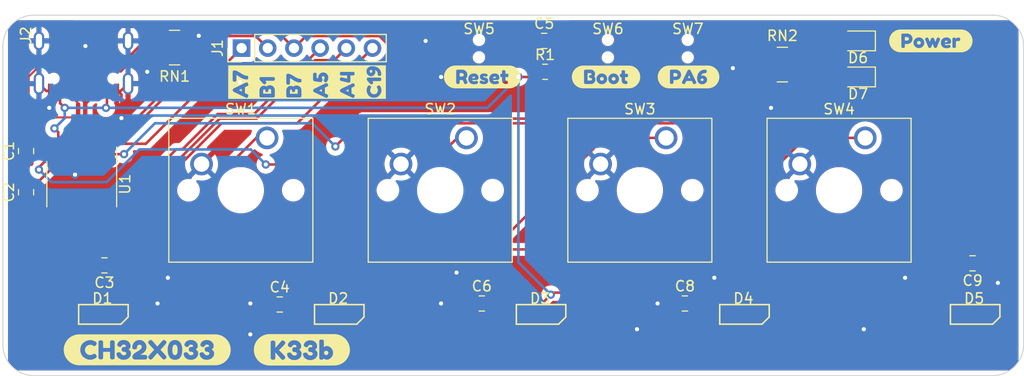
<source format=kicad_pcb>
(kicad_pcb (version 20240108) (generator "pcbnew") (generator_version "8.0")
  (layers (0 "F.Cu" signal) (31 "B.Cu" signal) (34 "B.Paste" user) (35 "F.Paste" user) (36 "B.SilkS" user "B.Silkscreen") (37 "F.SilkS" user "F.Silkscreen") (38 "B.Mask" user) (39 "F.Mask" user) (44 "Edge.Cuts" user))
  (net 0 "")
  (net 1 "VSS")
  (net 2 "+5V")
  (net 3 "PB7")
  (net 4 "PC3")
  (net 5 "Net-(D1-DOUT)")
  (net 6 "Net-(D2-DOUT)")
  (net 7 "Net-(D3-DOUT)")
  (net 8 "Net-(D4-DOUT)")
  (net 10 "PA7")
  (net 11 "PB1")
  (net 12 "PA5")
  (net 13 "PA4")
  (net 14 "PC19")
  (net 15 "D+")
  (net 16 "D-")
  (net 17 "Net-(R1-Pad2)")
  (net 18 "PA0")
  (net 19 "PA1")
  (net 20 "PA2")
  (net 21 "PA3")
  (net 22 "PA6")
  (net 23 "PC18")
  (net 24 "PA9")
  (net 27 "Net-(J2-CC1)")
  (net 29 "Net-(J2-CC2)")
  (net 33 "Net-(D6-A)")
  (net 34 "Net-(D7-A)")
  (footprint "Capacitor_SMD:C_0805_2012Metric" (layer "F.Cu") (at 118.45 115)
    (property "Reference" "C6" (at 0 -1.68 0) (layer "F.SilkS"))
    (property "Value" "100nF")
    (pad "1" smd roundrect (at -0.95 0) (size 1 1.45) (layers "F.Cu" "F.Paste" "F.Mask") (net 1 "VSS"))
    (pad "2" smd roundrect (at 0.95 0) (size 1 1.45) (layers "F.Cu" "F.Paste" "F.Mask") (net 2 "+5V"))
  )
  (footprint "UL_LED:SK6812SIDE-A-RVS" (layer "F.Cu") (at 166.2 115.81)
    (property "Reference" "D5" (at 0 -1.3 0) (layer "F.SilkS"))
    (property "Value" "WS2812B")
    (pad "1" smd rect (at -1.7 -0.085) (size 1 0.55) (layers "F.Cu" "F.Paste" "F.Mask") (net 8 "Net-(D4-DOUT)"))
    (pad "1" smd rect (at -1.475 -0.01) (size 0.55 1.2) (layers "F.Cu" "F.Paste" "F.Mask") (net 8 "Net-(D4-DOUT)"))
    (pad "2" smd rect (at -0.35 -0.01) (size 0.7 1.2) (layers "F.Cu" "F.Paste" "F.Mask") (net 2 "+5V"))
    (pad "3" smd rect (at 0.675 -0.01) (size 0.45 1.2) (layers "F.Cu" "F.Paste" "F.Mask"))
    (pad "4" smd rect (at 1.675 -0.01) (size 0.55 1.2) (layers "F.Cu" "F.Paste" "F.Mask") (net 1 "VSS"))
    (pad "4" smd rect (at 1.9 -0.075) (size 1 0.55) (layers "F.Cu" "F.Paste" "F.Mask") (net 1 "VSS"))
  )
  (footprint "UL_LED:SK6812SIDE-A-RVS" (layer "F.Cu") (at 143.825 115.81)
    (property "Reference" "D4" (at 0 -1.3 0) (layer "F.SilkS"))
    (property "Value" "WS2812B")
    (pad "1" smd rect (at -1.7 -0.085) (size 1 0.55) (layers "F.Cu" "F.Paste" "F.Mask") (net 7 "Net-(D3-DOUT)"))
    (pad "1" smd rect (at -1.475 -0.01) (size 0.55 1.2) (layers "F.Cu" "F.Paste" "F.Mask") (net 7 "Net-(D3-DOUT)"))
    (pad "2" smd rect (at -0.35 -0.01) (size 0.7 1.2) (layers "F.Cu" "F.Paste" "F.Mask") (net 2 "+5V"))
    (pad "3" smd rect (at 0.675 -0.01) (size 0.45 1.2) (layers "F.Cu" "F.Paste" "F.Mask") (net 8 "Net-(D4-DOUT)"))
    (pad "4" smd rect (at 1.675 -0.01) (size 0.55 1.2) (layers "F.Cu" "F.Paste" "F.Mask") (net 1 "VSS"))
    (pad "4" smd rect (at 1.9 -0.075) (size 1 0.55) (layers "F.Cu" "F.Paste" "F.Mask") (net 1 "VSS"))
  )
  (footprint "Package_SO:TSSOP-20_4.4x6.5mm_P0.65mm" (layer "F.Cu") (at 79.65 103.4125 -90)
    (property "Reference" "U1" (at 0 -4.2 90) (layer "F.SilkS"))
    (property "Value" "CH32X033F8P6")
    (pad "1" smd roundrect (at -2.8625 -2.925 270) (size 1.475 0.4) (layers "F.Cu" "F.Paste" "F.Mask") (net 22 "PA6"))
    (pad "2" smd roundrect (at -2.8625 -2.275 270) (size 1.475 0.4) (layers "F.Cu" "F.Paste" "F.Mask") (net 10 "PA7"))
    (pad "3" smd roundrect (at -2.8625 -1.625 270) (size 1.475 0.4) (layers "F.Cu" "F.Paste" "F.Mask") (net 11 "PB1"))
    (pad "4" smd roundrect (at -2.8625 -0.975 270) (size 1.475 0.4) (layers "F.Cu" "F.Paste" "F.Mask") (net 3 "PB7"))
    (pad "5" smd roundrect (at -2.8625 -0.325 270) (size 1.475 0.4) (layers "F.Cu" "F.Paste" "F.Mask") (net 16 "D-"))
    (pad "6" smd roundrect (at -2.8625 0.325 270) (size 1.475 0.4) (layers "F.Cu" "F.Paste" "F.Mask") (net 15 "D+"))
    (pad "7" smd roundrect (at -2.8625 0.975 270) (size 1.475 0.4) (layers "F.Cu" "F.Paste" "F.Mask") (net 1 "VSS"))
    (pad "8" smd roundrect (at -2.8625 1.625 270) (size 1.475 0.4) (layers "F.Cu" "F.Paste" "F.Mask") (net 23 "PC18"))
    (pad "9" smd roundrect (at -2.8625 2.275 270) (size 1.475 0.4) (layers "F.Cu" "F.Paste" "F.Mask") (net 2 "+5V"))
    (pad "10" smd roundrect (at -2.8625 2.925 270) (size 1.475 0.4) (layers "F.Cu" "F.Paste" "F.Mask") (net 24 "PA9"))
    (pad "11" smd roundrect (at 2.8625 2.925 270) (size 1.475 0.4) (layers "F.Cu" "F.Paste" "F.Mask"))
    (pad "12" smd roundrect (at 2.8625 2.275 270) (size 1.475 0.4) (layers "F.Cu" "F.Paste" "F.Mask"))
    (pad "13" smd roundrect (at 2.8625 1.625 270) (size 1.475 0.4) (layers "F.Cu" "F.Paste" "F.Mask") (net 4 "PC3"))
    (pad "14" smd roundrect (at 2.8625 0.975 270) (size 1.475 0.4) (layers "F.Cu" "F.Paste" "F.Mask") (net 18 "PA0"))
    (pad "15" smd roundrect (at 2.8625 0.325 270) (size 1.475 0.4) (layers "F.Cu" "F.Paste" "F.Mask") (net 19 "PA1"))
    (pad "16" smd roundrect (at 2.8625 -0.325 270) (size 1.475 0.4) (layers "F.Cu" "F.Paste" "F.Mask") (net 20 "PA2"))
    (pad "17" smd roundrect (at 2.8625 -0.975 270) (size 1.475 0.4) (layers "F.Cu" "F.Paste" "F.Mask") (net 21 "PA3"))
    (pad "18" smd roundrect (at 2.8625 -1.625 270) (size 1.475 0.4) (layers "F.Cu" "F.Paste" "F.Mask") (net 14 "PC19"))
    (pad "19" smd roundrect (at 2.8625 -2.275 270) (size 1.475 0.4) (layers "F.Cu" "F.Paste" "F.Mask") (net 13 "PA4"))
    (pad "20" smd roundrect (at 2.8625 -2.925 270) (size 1.475 0.4) (layers "F.Cu" "F.Paste" "F.Mask") (net 12 "PA5"))
  )
  (footprint "Capacitor_SMD:C_0805_2012Metric" (layer "F.Cu") (at 124.5 89.5)
    (property "Reference" "C5" (at 0 -1.68 0) (layer "F.SilkS"))
    (property "Value" "100nF")
    (pad "1" smd roundrect (at -0.95 0) (size 1 1.45) (layers "F.Cu" "F.Paste" "F.Mask") (net 3 "PB7"))
    (pad "2" smd roundrect (at 0.95 0) (size 1 1.45) (layers "F.Cu" "F.Paste" "F.Mask") (net 1 "VSS"))
  )
  (footprint "UL_Buttons:TS-1185-C-A-B-B" (layer "F.Cu") (at 130.675 90.25)
    (property "Reference" "SW6" (at 0.01 -1.92 0) (layer "F.SilkS"))
    (property "Value" "Boot")
    (pad "" np_thru_hole circle (at 0 -0.85) (size 0.7 0.7) (drill 0.7) (layers "F&B.Cu" "*.Mask"))
    (pad "" np_thru_hole circle (at 0 0.85) (size 0.7 0.7) (drill 0.7) (layers "F&B.Cu" "*.Mask"))
    (pad "1" smd rect (at -2.075 0) (size 1.25 1.7) (layers "F.Cu" "F.Paste" "F.Mask") (net 15 "D+"))
    (pad "2" smd rect (at 2.075 0) (size 1.25 1.7) (layers "F.Cu" "F.Paste" "F.Mask") (net 17 "Net-(R1-Pad2)"))
  )
  (footprint "Button_Switch_Keyboard:SW_Cherry_MX_1.00u_PCB" (layer "F.Cu") (at 136.32 98.92)
    (property "Reference" "SW3" (at -2.54 -2.794 0) (layer "F.SilkS"))
    (property "Value" "SW_Push_45deg")
    (pad "" np_thru_hole circle (at -7.62 5.08) (size 1.7 1.7) (drill 1.7) (layers "*.Cu" "*.Mask"))
    (pad "" np_thru_hole circle (at -2.54 5.08) (size 4 4) (drill 4) (layers "*.Cu" "*.Mask"))
    (pad "" np_thru_hole circle (at 2.54 5.08) (size 1.7 1.7) (drill 1.7) (layers "*.Cu" "*.Mask"))
    (pad "1" thru_hole circle (at 0 0) (size 2.2 2.2) (drill 1.5) (layers "*.Cu" "*.Mask") (net 19 "PA1"))
    (pad "2" thru_hole circle (at -6.35 2.54) (size 2.2 2.2) (drill 1.5) (layers "*.Cu" "*.Mask") (net 1 "VSS"))
  )
  (footprint "UL_LED:SK6812SIDE-A-RVS" (layer "F.Cu") (at 124.1 115.81)
    (property "Reference" "D3" (at 0 -1.3 0) (layer "F.SilkS"))
    (property "Value" "WS2812B")
    (pad "1" smd rect (at -1.7 -0.085) (size 1 0.55) (layers "F.Cu" "F.Paste" "F.Mask") (net 6 "Net-(D2-DOUT)"))
    (pad "1" smd rect (at -1.475 -0.01) (size 0.55 1.2) (layers "F.Cu" "F.Paste" "F.Mask") (net 6 "Net-(D2-DOUT)"))
    (pad "2" smd rect (at -0.35 -0.01) (size 0.7 1.2) (layers "F.Cu" "F.Paste" "F.Mask") (net 2 "+5V"))
    (pad "3" smd rect (at 0.675 -0.01) (size 0.45 1.2) (layers "F.Cu" "F.Paste" "F.Mask") (net 7 "Net-(D3-DOUT)"))
    (pad "4" smd rect (at 1.675 -0.01) (size 0.55 1.2) (layers "F.Cu" "F.Paste" "F.Mask") (net 1 "VSS"))
    (pad "4" smd rect (at 1.9 -0.075) (size 1 0.55) (layers "F.Cu" "F.Paste" "F.Mask") (net 1 "VSS"))
  )
  (footprint "Capacitor_SMD:C_0805_2012Metric" (layer "F.Cu") (at 74.25 100.2 90)
    (property "Reference" "C1" (at 0 -1.68 90) (layer "F.SilkS"))
    (property "Value" "4.7uF")
    (pad "1" smd roundrect (at -0.95 0 90) (size 1 1.45) (layers "F.Cu" "F.Paste" "F.Mask") (net 1 "VSS"))
    (pad "2" smd roundrect (at 0.95 0 90) (size 1 1.45) (layers "F.Cu" "F.Paste" "F.Mask") (net 2 "+5V"))
  )
  (footprint "kibuzzard-65BAB04D" (layer "F.Cu") (at 101 119.5)
    (property "Reference" "kibuzzard-65BAB04D" (hide yes))
    (property "Value" "G***" (hide yes))
  )
  (footprint "Connector_PinHeader_2.54mm:PinHeader_1x06_P2.54mm_Vertical" (layer "F.Cu") (at 95.15 90.2 90)
    (property "Reference" "J1" (at 0 -2.33 90) (layer "F.SilkS"))
    (property "Value" "Conn_01x06")
    (pad "1" thru_hole rect (at 0 0 90) (size 1.7 1.7) (drill 1) (layers "*.Cu" "*.Mask") (net 10 "PA7"))
    (pad "2" thru_hole oval (at 0 2.54 90) (size 1.7 1.7) (drill 1) (layers "*.Cu" "*.Mask") (net 11 "PB1"))
    (pad "3" thru_hole oval (at 0 5.08 90) (size 1.7 1.7) (drill 1) (layers "*.Cu" "*.Mask") (net 3 "PB7"))
    (pad "4" thru_hole oval (at 0 7.62 90) (size 1.7 1.7) (drill 1) (layers "*.Cu" "*.Mask") (net 12 "PA5"))
    (pad "5" thru_hole oval (at 0 10.16 90) (size 1.7 1.7) (drill 1) (layers "*.Cu" "*.Mask") (net 13 "PA4"))
    (pad "6" thru_hole oval (at 0 12.7 90) (size 1.7 1.7) (drill 1) (layers "*.Cu" "*.Mask") (net 14 "PC19"))
  )
  (footprint "kibuzzard-65BAAB8A" (layer "F.Cu") (at 138.5 93)
    (property "Reference" "kibuzzard-65BAAB8A" (hide yes))
    (property "Value" "G***" (hide yes))
  )
  (footprint "UL_Buttons:TS-1185-C-A-B-B" (layer "F.Cu") (at 118.175 90.25)
    (property "Reference" "SW5" (at 0.01 -1.92 0) (layer "F.SilkS"))
    (property "Value" "Reset")
    (pad "" np_thru_hole circle (at 0 -0.85) (size 0.7 0.7) (drill 0.7) (layers "F&B.Cu" "*.Mask"))
    (pad "" np_thru_hole circle (at 0 0.85) (size 0.7 0.7) (drill 0.7) (layers "F&B.Cu" "*.Mask"))
    (pad "1" smd rect (at -2.075 0) (size 1.25 1.7) (layers "F.Cu" "F.Paste" "F.Mask") (net 1 "VSS"))
    (pad "2" smd rect (at 2.075 0) (size 1.25 1.7) (layers "F.Cu" "F.Paste" "F.Mask") (net 3 "PB7"))
  )
  (footprint "Capacitor_SMD:C_0805_2012Metric" (layer "F.Cu") (at 166.05 111.1 180)
    (property "Reference" "C9" (at 0 -1.68 0) (layer "F.SilkS"))
    (property "Value" "100nF")
    (pad "1" smd roundrect (at -0.95 0 180) (size 1 1.45) (layers "F.Cu" "F.Paste" "F.Mask") (net 1 "VSS"))
    (pad "2" smd roundrect (at 0.95 0 180) (size 1 1.45) (layers "F.Cu" "F.Paste" "F.Mask") (net 2 "+5V"))
  )
  (footprint "Capacitor_SMD:C_0805_2012Metric" (layer "F.Cu") (at 74.25 104.2 90)
    (property "Reference" "C2" (at 0 -1.68 90) (layer "F.SilkS"))
    (property "Value" "100nF")
    (pad "1" smd roundrect (at -0.95 0 90) (size 1 1.45) (layers "F.Cu" "F.Paste" "F.Mask") (net 1 "VSS"))
    (pad "2" smd roundrect (at 0.95 0 90) (size 1 1.45) (layers "F.Cu" "F.Paste" "F.Mask") (net 2 "+5V"))
  )
  (footprint "Button_Switch_Keyboard:SW_Cherry_MX_1.00u_PCB" (layer "F.Cu") (at 97.62 98.92)
    (property "Reference" "SW1" (at -2.54 -2.794 0) (layer "F.SilkS"))
    (property "Value" "SW_Push_45deg")
    (pad "" np_thru_hole circle (at -7.62 5.08) (size 1.7 1.7) (drill 1.7) (layers "*.Cu" "*.Mask"))
    (pad "" np_thru_hole circle (at -2.54 5.08) (size 4 4) (drill 4) (layers "*.Cu" "*.Mask"))
    (pad "" np_thru_hole circle (at 2.54 5.08) (size 1.7 1.7) (drill 1.7) (layers "*.Cu" "*.Mask"))
    (pad "1" thru_hole circle (at 0 0) (size 2.2 2.2) (drill 1.5) (layers "*.Cu" "*.Mask") (net 21 "PA3"))
    (pad "2" thru_hole circle (at -6.35 2.54) (size 2.2 2.2) (drill 1.5) (layers "*.Cu" "*.Mask") (net 1 "VSS"))
  )
  (footprint "Button_Switch_Keyboard:SW_Cherry_MX_1.00u_PCB" (layer "F.Cu") (at 116.96 98.92)
    (property "Reference" "SW2" (at -2.54 -2.794 0) (layer "F.SilkS"))
    (property "Value" "SW_Push_45deg")
    (pad "" np_thru_hole circle (at -7.62 5.08) (size 1.7 1.7) (drill 1.7) (layers "*.Cu" "*.Mask"))
    (pad "" np_thru_hole circle (at -2.54 5.08) (size 4 4) (drill 4) (layers "*.Cu" "*.Mask"))
    (pad "" np_thru_hole circle (at 2.54 5.08) (size 1.7 1.7) (drill 1.7) (layers "*.Cu" "*.Mask"))
    (pad "1" thru_hole circle (at 0 0) (size 2.2 2.2) (drill 1.5) (layers "*.Cu" "*.Mask") (net 20 "PA2"))
    (pad "2" thru_hole circle (at -6.35 2.54) (size 2.2 2.2) (drill 1.5) (layers "*.Cu" "*.Mask") (net 1 "VSS"))
  )
  (footprint "UL_LED:SK6812SIDE-A-RVS" (layer "F.Cu") (at 81.65 115.81)
    (property "Reference" "D1" (at 0 -1.3 0) (layer "F.SilkS"))
    (property "Value" "WS2812B")
    (pad "1" smd rect (at -1.7 -0.085) (size 1 0.55) (layers "F.Cu" "F.Paste" "F.Mask") (net 4 "PC3"))
    (pad "1" smd rect (at -1.475 -0.01) (size 0.55 1.2) (layers "F.Cu" "F.Paste" "F.Mask") (net 4 "PC3"))
    (pad "2" smd rect (at -0.35 -0.01) (size 0.7 1.2) (layers "F.Cu" "F.Paste" "F.Mask") (net 2 "+5V"))
    (pad "3" smd rect (at 0.675 -0.01) (size 0.45 1.2) (layers "F.Cu" "F.Paste" "F.Mask") (net 5 "Net-(D1-DOUT)"))
    (pad "4" smd rect (at 1.675 -0.01) (size 0.55 1.2) (layers "F.Cu" "F.Paste" "F.Mask") (net 1 "VSS"))
    (pad "4" smd rect (at 1.9 -0.075) (size 1 0.55) (layers "F.Cu" "F.Paste" "F.Mask") (net 1 "VSS"))
  )
  (footprint "Resistor_SMD:R_Array_Convex_4x0603" (layer "F.Cu") (at 147.6 91.8)
    (property "Reference" "RN2" (at 0 -2.8 0) (layer "F.SilkS"))
    (property "Value" "R_Pack04")
    (pad "1" smd rect (at -0.9 -1.2) (size 0.8 0.5) (layers "F.Cu" "F.Paste" "F.Mask") (net 2 "+5V"))
    (pad "2" smd rect (at -0.9 -0.4) (size 0.8 0.4) (layers "F.Cu" "F.Paste" "F.Mask") (net 2 "+5V"))
    (pad "3" smd rect (at -0.9 0.4) (size 0.8 0.4) (layers "F.Cu" "F.Paste" "F.Mask") (net 24 "PA9"))
    (pad "4" smd rect (at -0.9 1.2) (size 0.8 0.5) (layers "F.Cu" "F.Paste" "F.Mask") (net 24 "PA9"))
    (pad "5" smd rect (at 0.9 1.2) (size 0.8 0.5) (layers "F.Cu" "F.Paste" "F.Mask") (net 34 "Net-(D7-A)"))
    (pad "6" smd rect (at 0.9 0.4) (size 0.8 0.4) (layers "F.Cu" "F.Paste" "F.Mask") (net 34 "Net-(D7-A)"))
    (pad "7" smd rect (at 0.9 -0.4) (size 0.8 0.4) (layers "F.Cu" "F.Paste" "F.Mask") (net 33 "Net-(D6-A)"))
    (pad "8" smd rect (at 0.9 -1.2) (size 0.8 0.5) (layers "F.Cu" "F.Paste" "F.Mask") (net 33 "Net-(D6-A)"))
  )
  (footprint "kibuzzard-65BAAB5D" (layer "F.Cu") (at 118.5 93)
    (property "Reference" "kibuzzard-65BAAB5D" (hide yes))
    (property "Value" "G***" (hide yes))
  )
  (footprint "UL_LED:SK6812SIDE-A-RVS" (layer "F.Cu") (at 104.525 115.81)
    (property "Reference" "D2" (at 0 -1.3 0) (layer "F.SilkS"))
    (property "Value" "WS2812B")
    (pad "1" smd rect (at -1.7 -0.085) (size 1 0.55) (layers "F.Cu" "F.Paste" "F.Mask") (net 5 "Net-(D1-DOUT)"))
    (pad "1" smd rect (at -1.475 -0.01) (size 0.55 1.2) (layers "F.Cu" "F.Paste" "F.Mask") (net 5 "Net-(D1-DOUT)"))
    (pad "2" smd rect (at -0.35 -0.01) (size 0.7 1.2) (layers "F.Cu" "F.Paste" "F.Mask") (net 2 "+5V"))
    (pad "3" smd rect (at 0.675 -0.01) (size 0.45 1.2) (layers "F.Cu" "F.Paste" "F.Mask") (net 6 "Net-(D2-DOUT)"))
    (pad "4" smd rect (at 1.675 -0.01) (size 0.55 1.2) (layers "F.Cu" "F.Paste" "F.Mask") (net 1 "VSS"))
    (pad "4" smd rect (at 1.9 -0.075) (size 1 0.55) (layers "F.Cu" "F.Paste" "F.Mask") (net 1 "VSS"))
  )
  (footprint "Capacitor_SMD:C_0805_2012Metric" (layer "F.Cu") (at 81.85 111.3 180)
    (property "Reference" "C3" (at 0 -1.68 0) (layer "F.SilkS"))
    (property "Value" "100nF")
    (pad "1" smd roundrect (at -0.95 0 180) (size 1 1.45) (layers "F.Cu" "F.Paste" "F.Mask") (net 1 "VSS"))
    (pad "2" smd roundrect (at 0.95 0 180) (size 1 1.45) (layers "F.Cu" "F.Paste" "F.Mask") (net 2 "+5V"))
  )
  (footprint "Capacitor_SMD:C_0805_2012Metric" (layer "F.Cu") (at 98.85 115.1)
    (property "Reference" "C4" (at 0 -1.68 0) (layer "F.SilkS"))
    (property "Value" "100nF")
    (pad "1" smd roundrect (at -0.95 0) (size 1 1.45) (layers "F.Cu" "F.Paste" "F.Mask") (net 1 "VSS"))
    (pad "2" smd roundrect (at 0.95 0) (size 1 1.45) (layers "F.Cu" "F.Paste" "F.Mask") (net 2 "+5V"))
  )
  (footprint "LED_SMD:LED_0805_2012Metric" (layer "F.Cu") (at 154.9375 93 180)
    (property "Reference" "D7" (at 0 -1.65 0) (layer "F.SilkS"))
    (property "Value" "LED_Small")
    (pad "1" smd roundrect (at -0.9375 0 180) (size 0.975 1.4) (layers "F.Cu" "F.Paste" "F.Mask") (net 1 "VSS"))
    (pad "2" smd roundrect (at 0.9375 0 180) (size 0.975 1.4) (layers "F.Cu" "F.Paste" "F.Mask") (net 34 "Net-(D7-A)"))
  )
  (footprint "kibuzzard-65BAB00C" (layer "F.Cu") (at 86 119.5)
    (property "Reference" "kibuzzard-65BAB00C" (hide yes))
    (property "Value" "G***" (hide yes))
  )
  (footprint "Resistor_SMD:R_Array_Convex_4x0603" (layer "F.Cu") (at 88.65 90.15 180)
    (property "Reference" "RN1" (at 0 -2.8 0) (layer "F.SilkS"))
    (property "Value" "5.1k")
    (pad "1" smd rect (at -0.9 -1.2 180) (size 0.8 0.5) (layers "F.Cu" "F.Paste" "F.Mask") (net 1 "VSS"))
    (pad "2" smd rect (at -0.9 -0.4 180) (size 0.8 0.4) (layers "F.Cu" "F.Paste" "F.Mask") (net 1 "VSS"))
    (pad "3" smd rect (at -0.9 0.4 180) (size 0.8 0.4) (layers "F.Cu" "F.Paste" "F.Mask") (net 1 "VSS"))
    (pad "4" smd rect (at -0.9 1.2 180) (size 0.8 0.5) (layers "F.Cu" "F.Paste" "F.Mask") (net 1 "VSS"))
    (pad "5" smd rect (at 0.9 1.2 180) (size 0.8 0.5) (layers "F.Cu" "F.Paste" "F.Mask") (net 29 "Net-(J2-CC2)"))
    (pad "6" smd rect (at 0.9 0.4 180) (size 0.8 0.4) (layers "F.Cu" "F.Paste" "F.Mask") (net 27 "Net-(J2-CC1)"))
    (pad "7" smd rect (at 0.9 -0.4 180) (size 0.8 0.4) (layers "F.Cu" "F.Paste" "F.Mask"))
    (pad "8" smd rect (at 0.9 -1.2 180) (size 0.8 0.5) (layers "F.Cu" "F.Paste" "F.Mask"))
  )
  (footprint "kibuzzard-65BAAB6D" (layer "F.Cu") (at 130.5 93)
    (property "Reference" "kibuzzard-65BAAB6D" (hide yes))
    (property "Value" "G***" (hide yes))
  )
  (footprint "BadgePiratesFootprint:USB_C_Receptical-Jing" (layer "F.Cu") (at 79.82 93.65 180)
    (property "Reference" "J2" (at 5.575 4.7 90) (layer "F.SilkS"))
    (property "Value" "USB_C_Receptacle")
    (pad "" np_thru_hole circle (at -2.89 0.5 180) (size 0.65 0.65) (drill 0.65) (layers "*.Cu" "*.Mask"))
    (pad "" np_thru_hole circle (at 2.89 0.5 180) (size 0.65 0.65) (drill 0.65) (layers "*.Cu" "*.Mask"))
    (pad "A1" smd rect (at -3.325 -0.7 180) (size 0.25 1.4) (layers "F.Cu" "F.Paste" "F.Mask") (net 1 "VSS"))
    (pad "A4" smd rect (at -2.525 -0.7 180) (size 0.25 1.4) (layers "F.Cu" "F.Paste" "F.Mask") (net 2 "+5V"))
    (pad "A5" smd rect (at -1.25 -0.7 180) (size 0.25 1.4) (layers "F.Cu" "F.Paste" "F.Mask") (net 27 "Net-(J2-CC1)"))
    (pad "A6" smd rect (at -0.25 -0.7 180) (size 0.25 1.4) (layers "F.Cu" "F.Paste" "F.Mask") (net 15 "D+"))
    (pad "A7" smd rect (at 0.25 -0.7 180) (size 0.25 1.4) (layers "F.Cu" "F.Paste" "F.Mask") (net 16 "D-"))
    (pad "A8" smd rect (at -1.75 -0.7 180) (size 0.25 1.4) (layers "F.Cu" "F.Paste" "F.Mask"))
    (pad "A9" smd rect (at 2.525 -0.7 180) (size 0.25 1.4) (layers "F.Cu" "F.Paste" "F.Mask") (net 2 "+5V"))
    (pad "A12" smd rect (at 3.325 -0.7 180) (size 0.25 1.4) (layers "F.Cu" "F.Paste" "F.Mask") (net 1 "VSS"))
    (pad "B1" smd rect (at 3.075 -0.7 180) (size 0.25 1.4) (layers "F.Cu" "F.Paste" "F.Mask") (net 1 "VSS"))
    (pad "B4" smd rect (at 2.275 -0.7 180) (size 0.25 1.4) (layers "F.Cu" "F.Paste" "F.Mask") (net 2 "+5V"))
    (pad "B5" smd rect (at 1.75 -0.7 180) (size 0.25 1.4) (layers "F.Cu" "F.Paste" "F.Mask") (net 29 "Net-(J2-CC2)"))
    (pad "B6" smd rect (at 0.75 -0.7 180) (size 0.25 1.4) (layers "F.Cu" "F.Paste" "F.Mask") (net 15 "D+"))
    (pad "B7" smd rect (at -0.75 -0.7 180) (size 0.25 1.4) (layers "F.Cu" "F.Paste" "F.Mask") (net 16 "D-"))
    (pad "B8" smd rect (at 1.25 -0.7 180) (size 0.25 1.4) (layers "F.Cu" "F.Paste" "F.Mask"))
    (pad "B9" smd rect (at -2.275 -0.7 180) (size 0.25 1.4) (layers "F.Cu" "F.Paste" "F.Mask") (net 2 "+5V"))
    (pad "B12" smd rect (at -3.075 -0.7 180) (size 0.25 1.4) (layers "F.Cu" "F.Paste" "F.Mask") (net 1 "VSS"))
    (pad "S1" thru_hole oval (at -4.32 0 180) (size 1 2.1) (drill oval 0.6 1.7) (layers "*.Cu" "*.Mask") (net 1 "VSS"))
    (pad "S1" thru_hole oval (at -4.32 4.15 180) (size 1 1.8) (drill oval 0.6 1.4) (layers "*.Cu" "*.Mask") (net 1 "VSS"))
    (pad "S1" thru_hole oval (at 4.32 0 180) (size 1 2.1) (drill oval 0.6 1.7) (layers "*.Cu" "*.Mask") (net 1 "VSS"))
    (pad "S1" thru_hole oval (at 4.32 4.15 180) (size 1 1.8) (drill oval 0.6 1.4) (layers "*.Cu" "*.Mask") (net 1 "VSS"))
  )
  (footprint "Resistor_SMD:R_0805_2012Metric" (layer "F.Cu") (at 124.5875 92.5)
    (property "Reference" "R1" (at 0 -1.65 0) (layer "F.SilkS"))
    (property "Value" "4k7")
    (pad "1" smd roundrect (at -0.9125 0) (size 1.025 1.4) (layers "F.Cu" "F.Paste" "F.Mask") (roundrect_rratio 0.243902439) (net 2 "+5V"))
    (pad "2" smd roundrect (at 0.9125 0) (size 1.025 1.4) (layers "F.Cu" "F.Paste" "F.Mask") (roundrect_rratio 0.243902439) (net 17 "Net-(R1-Pad2)"))
  )
  (footprint "kibuzzard-65BAAF97" (layer "F.Cu") (at 101.5 93.5 90)
    (property "Reference" "kibuzzard-65BAAF97" (hide yes))
    (property "Value" "G***" (hide yes))
  )
  (footprint "Capacitor_SMD:C_0805_2012Metric" (layer "F.Cu") (at 138.15 115)
    (property "Reference" "C8" (at 0 -1.68 0) (layer "F.SilkS"))
    (property "Value" "100nF")
    (pad "1" smd roundrect (at -0.95 0) (size 1 1.45) (layers "F.Cu" "F.Paste" "F.Mask") (net 1 "VSS"))
    (pad "2" smd roundrect (at 0.95 0) (size 1 1.45) (layers "F.Cu" "F.Paste" "F.Mask") (net 2 "+5V"))
  )
  (footprint "Button_Switch_Keyboard:SW_Cherry_MX_1.00u_PCB" (layer "F.Cu") (at 155.64 98.92)
    (property "Reference" "SW4" (at -2.54 -2.794 0) (layer "F.SilkS"))
    (property "Value" "SW_Push_45deg")
    (pad "" np_thru_hole circle (at -7.62 5.08) (size 1.7 1.7) (drill 1.7) (layers "*.Cu" "*.Mask"))
    (pad "" np_thru_hole circle (at -2.54 5.08) (size 4 4) (drill 4) (layers "*.Cu" "*.Mask"))
    (pad "" np_thru_hole circle (at 2.54 5.08) (size 1.7 1.7) (drill 1.7) (layers "*.Cu" "*.Mask"))
    (pad "1" thru_hole circle (at 0 0) (size 2.2 2.2) (drill 1.5) (layers "*.Cu" "*.Mask") (net 18 "PA0"))
    (pad "2" thru_hole circle (at -6.35 2.54) (size 2.2 2.2) (drill 1.5) (layers "*.Cu" "*.Mask") (net 1 "VSS"))
  )
  (footprint "UL_Buttons:TS-1185-C-A-B-B" (layer "F.Cu") (at 138.425 90.25)
    (property "Reference" "SW7" (at 0.01 -1.92 0) (layer "F.SilkS"))
    (property "Value" "ChKeys")
    (pad "" np_thru_hole circle (at 0 -0.85) (size 0.7 0.7) (drill 0.7) (layers "F&B.Cu" "*.Mask"))
    (pad "" np_thru_hole circle (at 0 0.85) (size 0.7 0.7) (drill 0.7) (layers "F&B.Cu" "*.Mask"))
    (pad "1" smd rect (at -2.075 0) (size 1.25 1.7) (layers "F.Cu" "F.Paste" "F.Mask") (net 22 "PA6"))
    (pad "2" smd rect (at 2.075 0) (size 1.25 1.7) (layers "F.Cu" "F.Paste" "F.Mask") (net 1 "VSS"))
  )
  (footprint "LED_SMD:LED_0805_2012Metric" (layer "F.Cu") (at 154.9375 89.5 180)
    (property "Reference" "D6" (at 0 -1.65 0) (layer "F.SilkS"))
    (property "Value" "LED_Small")
    (pad "1" smd roundrect (at -0.9375 0 180) (size 0.975 1.4) (layers "F.Cu" "F.Paste" "F.Mask") (net 1 "VSS"))
    (pad "2" smd roundrect (at 0.9375 0 180) (size 0.975 1.4) (layers "F.Cu" "F.Paste" "F.Mask") (net 33 "Net-(D6-A)"))
  )
  (footprint "kibuzzard-65BAAF54" (layer "F.Cu") (at 162 89.5)
    (property "Reference" "kibuzzard-65BAAF54" (hide yes))
    (property "Value" "G***" (hide yes))
  )
  (gr_line (start 168 122) (end 75 122) (stroke (width 0.1)) (layer "Edge.Cuts"))
  (gr_arc (start 168 87) (mid 170.12132 87.87868) (end 171 90) (stroke (width 0.1)) (layer "Edge.Cuts"))
  (gr_arc (start 72 90) (mid 72.87868 87.87868) (end 75 87) (stroke (width 0.1)) (layer "Edge.Cuts"))
  (gr_line (start 72 119) (end 72 90) (stroke (width 0.1)) (layer "Edge.Cuts"))
  (gr_arc (start 75 122) (mid 72.87868 121.12132) (end 72 119) (stroke (width 0.1)) (layer "Edge.Cuts"))
  (gr_arc (start 171 119) (mid 170.12132 121.12132) (end 168 122) (stroke (width 0.1)) (layer "Edge.Cuts"))
  (gr_line (start 75 87) (end 168 87) (stroke (width 0.1)) (layer "Edge.Cuts"))
  (gr_line (start 171 90) (end 171 119) (stroke (width 0.1)) (layer "Edge.Cuts"))
  (segment (start 83.145 94.35) (end 83.44 94.35) (width 0.25) (layer "F.Cu") (net 1))
  (segment (start 76.5 96) (end 76.5 94.595) (width 0.25) (layer "F.Cu") (net 1))
  (segment (start 76.745 94.35) (end 76.2 94.35) (width 0.25) (layer "F.Cu") (net 1))
  (segment (start 78.675 100.55) (end 78.675 102.162347) (width 0.25) (layer "F.Cu") (net 1))
  (segment (start 83.44 94.35) (end 84.14 93.65) (width 0.25) (layer "F.Cu") (net 1))
  (segment (start 78.675 102.162347) (end 79 102.487347) (width 0.25) (layer "F.Cu") (net 1))
  (segment (start 83.5 97) (end 83.5 94.705) (width 0.25) (layer "F.Cu") (net 1))
  (segment (start 76.2 94.35) (end 75.5 93.65) (width 0.25) (layer "F.Cu") (net 1))
  (segment (start 76.5 94.595) (end 76.745 94.35) (width 0.25) (layer "F.Cu") (net 1))
  (segment (start 83.5 94.705) (end 83.145 94.35) (width 0.25) (layer "F.Cu") (net 1))
  (via (at 141 112.5) (size 0.8) (drill 0.4) (layers "F.Cu" "B.Cu") (net 1))
  (via (at 96 115) (size 0.8) (drill 0.4) (layers "F.Cu" "B.Cu") (net 1))
  (via (at 168.5 113) (size 0.8) (drill 0.4) (layers "F.Cu" "B.Cu") (net 1))
  (via (at 95 93.5) (size 0.8) (drill 0.4) (layers "F.Cu" "B.Cu") (net 1))
  (via (at 91 89) (size 0.8) (drill 0.4) (layers "F.Cu" "B.Cu") (net 1))
  (via (at 96 118) (size 0.8) (drill 0.4) (layers "F.Cu" "B.Cu") (net 1))
  (via (at 116 112) (size 0.8) (drill 0.4) (layers "F.Cu" "B.Cu") (net 1))
  (via (at 87 115) (size 0.8) (drill 0.4) (layers "F.Cu" "B.Cu") (net 1))
  (via (at 133.5 117.5) (size 0.8) (drill 0.4) (layers "F.Cu" "B.Cu") (net 1))
  (via (at 155.5 117.5) (size 0.8) (drill 0.4) (layers "F.Cu" "B.Cu") (net 1))
  (via (at 79 102.487347) (size 0.8) (drill 0.4) (layers "F.Cu" "B.Cu") (net 1))
  (via (at 86 92.5) (size 0.8) (drill 0.4) (layers "F.Cu" "B.Cu") (net 1))
  (via (at 113 89.5) (size 0.8) (drill 0.4) (layers "F.Cu" "B.Cu") (net 1))
  (via (at 114.5 115) (size 0.8) (drill 0.4) (layers "F.Cu" "B.Cu") (net 1))
  (via (at 83.5 97) (size 0.8) (drill 0.4) (layers "F.Cu" "B.Cu") (net 1))
  (via (at 142.8 92.15) (size 0.8) (drill 0.4) (layers "F.Cu" "B.Cu") (net 1))
  (via (at 135.5 115) (size 0.8) (drill 0.4) (layers "F.Cu" "B.Cu") (net 1))
  (via (at 114.5 93) (size 0.8) (drill 0.4) (layers "F.Cu" "B.Cu") (net 1))
  (via (at 76.5 96) (size 0.8) (drill 0.4) (layers "F.Cu" "B.Cu") (net 1))
  (via (at 146.5 96) (size 0.8) (drill 0.4) (layers "F.Cu" "B.Cu") (net 1))
  (via (at 159.5 112.5) (size 0.8) (drill 0.4) (layers "F.Cu" "B.Cu") (net 1))
  (via (at 80 90) (size 0.8) (drill 0.4) (layers "F.Cu" "B.Cu") (net 1))
  (via (at 88 112.5) (size 0.8) (drill 0.4) (layers "F.Cu" "B.Cu") (net 1))
  (segment (start 129.227208 94) (end 125.175 94) (width 0.25) (layer "F.Cu") (net 2))
  (segment (start 77.545 94.35) (end 77.545 95.545) (width 0.25) (layer "F.Cu") (net 2))
  (segment (start 77.295 94.35) (end 77.545 94.35) (width 0.25) (layer "F.Cu") (net 2))
  (segment (start 77.375 98.375) (end 77.375 99) (width 0.25) (layer "F.Cu") (net 2))
  (segment (start 143.475 115.54038) (end 147.91538 111.1) (width 0.25) (layer "F.Cu") (net 2))
  (segment (start 118.35 113.95) (end 119.4 115) (width 0.25) (layer "F.Cu") (net 2))
  (segment (start 77.375 101.238542) (end 75.363542 103.25) (width 0.25) (layer "F.Cu") (net 2))
  (segment (start 123.75 115.8) (end 123.75 115.54038) (width 0.25) (layer "F.Cu") (net 2))
  (segment (start 82 96) (end 82.095 95.905) (width 0.25) (layer "F.Cu") (net 2))
  (segment (start 82.095 95.905) (end 82.095 94.35) (width 0.25) (layer "F.Cu") (net 2))
  (segment (start 143.475 114.975) (end 143.475 115.8) (width 0.25) (layer "F.Cu") (net 2))
  (segment (start 122 93) (end 123.175 93) (width 0.25) (layer "F.Cu") (net 2))
  (segment (start 123.75 115.025) (end 123.75 115.8) (width 0.25) (layer "F.Cu") (net 2))
  (segment (start 77 98) (end 77.375 98.375) (width 0.25) (layer "F.Cu") (net 2))
  (segment (start 83.736016 114.05) (end 98.75 114.05) (width 0.25) (layer "F.Cu") (net 2))
  (segment (start 82.345 94.35) (end 82.095 94.35) (width 0.25) (layer "F.Cu") (net 2))
  (segment (start 104.175 115.8) (end 104.175 115.54038) (width 0.25) (layer "F.Cu") (net 2))
  (segment (start 165.85 111.85) (end 165.85 115.8) (width 0.25) (layer "F.Cu") (net 2))
  (segment (start 104.175 115.59038) (end 104.175 115.8) (width 0.25) (layer "F.Cu") (net 2))
  (segment (start 80.9 111.3) (end 80.9 115.4) (width 0.25) (layer "F.Cu") (net 2))
  (segment (start 144.775 88.675) (end 135.325 88.675) (width 0.25) (layer "F.Cu") (net 2))
  (segment (start 138.05 113.95) (end 139.1 115) (width 0.25) (layer "F.Cu") (net 2))
  (segment (start 105.76538 113.95) (end 118.35 113.95) (width 0.25) (layer "F.Cu") (net 2))
  (segment (start 99.8 115.1) (end 100.025 114.875) (width 0.25) (layer "F.Cu") (net 2))
  (segment (start 143.475 115.8) (end 143.475 115.54038) (width 0.25) (layer "F.Cu") (net 2))
  (segment (start 98.75 114.05) (end 99.8 115.1) (width 0.25) (layer "F.Cu") (net 2))
  (segment (start 125.175 94) (end 123.675 92.5) (width 0.25) (layer "F.Cu") (net 2))
  (segment (start 125.34038 113.95) (end 138.05 113.95) (width 0.25) (layer "F.Cu") (net 2))
  (segment (start 77.375 99) (end 74.5 99) (width 0.25) (layer "F.Cu") (net 2))
  (segment (start 135.325 89.60962) (end 132.65962 92.275) (width 0.25) (layer "F.Cu") (net 2))
  (segment (start 146.7 91.4) (end 146.7 90.6) (width 0.25) (layer "F.Cu") (net 2))
  (segment (start 123.75 115.54038) (end 125.14519 114.14519) (width 0.25) (layer "F.Cu") (net 2))
  (segment (start 100.025 114.875) (end 103.45962 114.875) (width 0.25) (layer "F.Cu") (net 2))
  (segment (start 139.225 114.875) (end 143.375 114.875) (width 0.25) (layer "F.Cu") (net 2))
  (segment (start 130.952208 92.275) (end 129.227208 94) (width 0.25) (layer "F.Cu") (net 2))
  (segment (start 80.9 111.3) (end 80.986016 111.3) (width 0.25) (layer "F.Cu") (net 2))
  (segment (start 143.375 114.875) (end 143.475 114.975) (width 0.25) (layer "F.Cu") (net 2))
  (segment (start 146.7 90.6) (end 144.775 88.675) (width 0.25) (layer "F.Cu") (net 2))
  (segment (start 135.325 88.675) (end 135.325 89.60962) (width 0.25) (layer "F.Cu") (net 2))
  (segment (start 165.1 111.1) (end 165.85 111.85) (width 0.25) (layer "F.Cu") (net 2))
  (segment (start 125.14519 114.14519) (end 125.34038 113.95) (width 0.25) (layer "F.Cu") (net 2))
  (segment (start 147.91538 111.1) (end 165.1 111.1) (width 0.25) (layer "F.Cu") (net 2))
  (segment (start 123.175 93) (end 123.675 92.5) (width 0.25) (layer "F.Cu") (net 2))
  (segment (start 132.65962 92.275) (end 130.952208 92.275) (width 0.25) (layer "F.Cu") (net 2))
  (segment (start 77.375 100.55) (end 77.375 101.238542) (width 0.25) (layer "F.Cu") (net 2))
  (segment (start 103.45962 114.875) (end 104.175 115.59038) (width 0.25) (layer "F.Cu") (net 2))
  (segment (start 75.363542 103.25) (end 74.25 103.25) (width 0.25) (layer "F.Cu") (net 2))
  (segment (start 104.175 115.54038) (end 105.76538 113.95) (width 0.25) (layer "F.Cu") (net 2))
  (segment (start 139.1 115) (end 139.225 114.875) (width 0.25) (layer "F.Cu") (net 2))
  (segment (start 77.375 99) (end 77.375 100.55) (width 0.25) (layer "F.Cu") (net 2))
  (segment (start 119.4 115) (end 119.525 114.875) (width 0.25) (layer "F.Cu") (net 2))
  (segment (start 80.986016 111.3) (end 83.736016 114.05) (width 0.25) (layer "F.Cu") (net 2))
  (segment (start 80.9 115.4) (end 81.3 115.8) (width 0.25) (layer "F.Cu") (net 2))
  (segment (start 119.525 114.875) (end 123.6 114.875) (width 0.25) (layer "F.Cu") (net 2))
  (segment (start 123.6 114.875) (end 123.75 115.025) (width 0.25) (layer "F.Cu") (net 2))
  (segment (start 77.545 95.545) (end 78 96) (width 0.25) (layer "F.Cu") (net 2))
  (segment (start 74.5 99) (end 74.25 99.25) (width 0.25) (layer "F.Cu") (net 2))
  (via (at 122 93) (size 0.8) (drill 0.4) (layers "F.Cu" "B.Cu") (net 2))
  (via (at 78 96) (size 0.8) (drill 0.4) (layers "F.Cu" "B.Cu") (net 2))
  (via (at 77 98) (size 0.8) (drill 0.4) (layers "F.Cu" "B.Cu") (net 2))
  (via (at 82 96) (size 0.8) (drill 0.4) (layers "F.Cu" "B.Cu") (net 2))
  (via (at 125.14519 114.14519) (size 0.8) (drill 0.4) (layers "F.Cu" "B.Cu") (net 2))
  (segment (start 82 96) (end 119 96) (width 0.25) (layer "B.Cu") (net 2))
  (segment (start 78 96) (end 82 96) (width 0.25) (layer "B.Cu") (net 2))
  (segment (start 78 96) (end 78 97) (width 0.25) (layer "B.Cu") (net 2))
  (segment (start 78 97) (end 77 98) (width 0.25) (layer "B.Cu") (net 2))
  (segment (start 122 93) (end 122 111) (width 0.25) (layer "B.Cu") (net 2))
  (segment (start 119 96) (end 122 93) (width 0.25) (layer "B.Cu") (net 2))
  (segment (start 122 111) (end 125.14519 114.14519) (width 0.25) (layer "B.Cu") (net 2))
  (segment (start 98.605 88.575) (end 93.43462 88.575) (width 0.25) (layer "F.Cu") (net 3))
  (segment (start 100.23 90.2) (end 98.605 88.575) (width 0.25) (layer "F.Cu") (net 3))
  (segment (start 81.6625 98.5875) (end 80.625 99.625) (width 0.25) (layer "F.Cu") (net 3))
  (segment (start 101.400344 89.029656) (end 100.23 90.2) (width 0.25) (layer "F.Cu") (net 3))
  (segment (start 121 89.5) (end 123.55 89.5) (width 0.25) (layer "F.Cu") (net 3))
  (segment (start 83.42212 98.5875) (end 81.6625 98.5875) (width 0.25) (layer "F.Cu") (net 3))
  (segment (start 110.925 91.425) (end 108.529656 89.029656) (width 0.25) (layer "F.Cu") (net 3))
  (segment (start 116.85962 91.425) (end 110.925 91.425) (width 0.25) (layer "F.Cu") (net 3))
  (segment (start 117.45 90.799695) (end 117.45 90.83462) (width 0.25) (layer "F.Cu") (net 3))
  (segment (start 80.625 99.625) (end 80.625 100.55) (width 0.25) (layer "F.Cu") (net 3))
  (segment (start 93.43462 88.575) (end 83.42212 98.5875) (width 0.25) (layer "F.Cu") (net 3))
  (segment (start 108.529656 89.029656) (end 101.400344 89.029656) (width 0.25) (layer "F.Cu") (net 3))
  (segment (start 117.45 90.83462) (end 116.85962 91.425) (width 0.25) (layer "F.Cu") (net 3))
  (segment (start 120.25 90.25) (end 121 89.5) (width 0.25) (layer "F.Cu") (net 3))
  (segment (start 117.999695 90.25) (end 117.45 90.799695) (width 0.25) (layer "F.Cu") (net 3))
  (segment (start 120.25 90.25) (end 117.999695 90.25) (width 0.25) (layer "F.Cu") (net 3))
  (segment (start 80.175 115.8) (end 78.025 113.65) (width 0.25) (layer "F.Cu") (net 4))
  (segment (start 78.025 113.65) (end 78.025 106.275) (width 0.25) (layer "F.Cu") (net 4))
  (segment (start 85.94038 116.25) (end 102.6 116.25) (width 0.25) (layer "F.Cu") (net 5))
  (segment (start 82.325 115.46538) (end 83.04038 114.75) (width 0.25) (layer "F.Cu") (net 5))
  (segment (start 102.6 116.25) (end 103.05 115.8) (width 0.25) (layer "F.Cu") (net 5))
  (segment (start 83.04038 114.75) (end 84.44038 114.75) (width 0.25) (layer "F.Cu") (net 5))
  (segment (start 82.325 115.8) (end 82.325 115.46538) (width 0.25) (layer "F.Cu") (net 5))
  (segment (start 84.44038 114.75) (end 85.94038 116.25) (width 0.25) (layer "F.Cu") (net 5))
  (segment (start 122.175 116.25) (end 122.625 115.8) (width 0.25) (layer "F.Cu") (net 6))
  (segment (start 109.01538 116.25) (end 122.175 116.25) (width 0.25) (layer "F.Cu") (net 6))
  (segment (start 105.2 115.8) (end 105.2 115.46538) (width 0.25) (layer "F.Cu") (net 6))
  (segment (start 107.51538 114.75) (end 109.01538 116.25) (width 0.25) (layer "F.Cu") (net 6))
  (segment (start 105.2 115.46538) (end 105.91538 114.75) (width 0.25) (layer "F.Cu") (net 6))
  (segment (start 105.91538 114.75) (end 107.51538 114.75) (width 0.25) (layer "F.Cu") (net 6))
  (segment (start 124.775 115.46538) (end 125.36538 114.875) (width 0.25) (layer "F.Cu") (net 7))
  (segment (start 133.375 114.875) (end 134.55 116.05) (width 0.25) (layer "F.Cu") (net 7))
  (segment (start 124.775 115.8) (end 124.775 115.46538) (width 0.25) (layer "F.Cu") (net 7))
  (segment (start 141.8 116.05) (end 142.125 115.725) (width 0.25) (layer "F.Cu") (net 7))
  (segment (start 125.36538 114.875) (end 133.375 114.875) (width 0.25) (layer "F.Cu") (net 7))
  (segment (start 134.55 116.05) (end 141.8 116.05) (width 0.25) (layer "F.Cu") (net 7))
  (segment (start 144.5 115.8) (end 144.5 115.46538) (width 0.25) (layer "F.Cu") (net 8))
  (segment (start 145.09038 114.875) (end 163.8 114.875) (width 0.25) (layer "F.Cu") (net 8))
  (segment (start 144.5 115.46538) (end 145.09038 114.875) (width 0.25) (layer "F.Cu") (net 8))
  (segment (start 163.8 114.875) (end 164.725 115.8) (width 0.25) (layer "F.Cu") (net 8))
  (segment (start 81.925 99.861458) (end 81.925 100.55) (width 0.25) (layer "F.Cu") (net 10))
  (segment (start 85.8625 99.4875) (end 82.298958 99.4875) (width 0.25) (layer "F.Cu") (net 10))
  (segment (start 95.15 90.2) (end 85.8625 99.4875) (width 0.25) (layer "F.Cu") (net 10))
  (segment (start 82.298958 99.4875) (end 81.925 99.861458) (width 0.25) (layer "F.Cu") (net 10))
  (segment (start 83.608516 99.0375) (end 82.098958 99.0375) (width 0.25) (layer "F.Cu") (net 11))
  (segment (start 96.515 89.025) (end 93.621016 89.025) (width 0.25) (layer "F.Cu") (net 11))
  (segment (start 82.098958 99.0375) (end 81.275 99.861458) (width 0.25) (layer "F.Cu") (net 11))
  (segment (start 93.621016 89.025) (end 83.608516 99.0375) (width 0.25) (layer "F.Cu") (net 11))
  (segment (start 97.69 90.2) (end 96.515 89.025) (width 0.25) (layer "F.Cu") (net 11))
  (segment (start 81.275 99.861458) (end 81.275 100.55) (width 0.25) (layer "F.Cu") (net 11))
  (segment (start 88.810308 100.039692) (end 82.575 106.275) (width 0.25) (layer "F.Cu") (net 12))
  (segment (start 92.843614 96.6) (end 89.403922 100.039692) (width 0.25) (layer "F.Cu") (net 12))
  (segment (start 96.37 96.6) (end 92.843614 96.6) (width 0.25) (layer "F.Cu") (net 12))
  (segment (start 89.403922 100.039692) (end 88.810308 100.039692) (width 0.25) (layer "F.Cu") (net 12))
  (segment (start 102.77 90.2) (end 96.37 96.6) (width 0.25) (layer "F.Cu") (net 12))
  (segment (start 96.600634 97.05) (end 93.03001 97.05) (width 0.25) (layer "F.Cu") (net 13))
  (segment (start 82.9125 107.3375) (end 82.246688 107.3375) (width 0.25) (layer "F.Cu") (net 13))
  (segment (start 82.246688 107.3375) (end 81.925 107.015812) (width 0.25) (layer "F.Cu") (net 13))
  (segment (start 83.1 107.15) (end 82.9125 107.3375) (width 0.25) (layer "F.Cu") (net 13))
  (segment (start 83.1 106.98001) (end 83.1 107.15) (width 0.25) (layer "F.Cu") (net 13))
  (segment (start 105.31 90.2) (end 104.139656 91.370344) (width 0.25) (layer "F.Cu") (net 13))
  (segment (start 81.925 107.015812) (end 81.925 106.275) (width 0.25) (layer "F.Cu") (net 13))
  (segment (start 102.28029 91.370344) (end 96.600634 97.05) (width 0.25) (layer "F.Cu") (net 13))
  (segment (start 93.03001 97.05) (end 83.1 106.98001) (width 0.25) (layer "F.Cu") (net 13))
  (segment (start 104.139656 91.370344) (end 102.28029 91.370344) (width 0.25) (layer "F.Cu") (net 13))
  (segment (start 83.55 107.166406) (end 83.55 107.45) (width 0.25) (layer "F.Cu") (net 14))
  (segment (start 100.55 97.5) (end 107.85 90.2) (width 0.25) (layer "F.Cu") (net 14))
  (segment (start 82.060292 107.7875) (end 81.275 107.002208) (width 0.25) (layer "F.Cu") (net 14))
  (segment (start 83.55 107.45) (end 83.2125 107.7875) (width 0.25) (layer "F.Cu") (net 14))
  (segment (start 83.2125 107.7875) (end 82.060292 107.7875) (width 0.25) (layer "F.Cu") (net 14))
  (segment (start 100.55 97.5) (end 93.216406 97.5) (width 0.25) (layer "F.Cu") (net 14))
  (segment (start 93.216406 97.5) (end 83.55 107.166406) (width 0.25) (layer "F.Cu") (net 14))
  (segment (start 81.275 107.002208) (end 81.275 106.275) (width 0.25) (layer "F.Cu") (net 14))
  (segment (start 79.3 97.037405) (end 79.3 95.67) (width 0.43) (layer "F.Cu") (net 15))
  (segment (start 80.07 94.35) (end 80.07 93.600736) (width 0.2) (layer "F.Cu") (net 15))
  (segment (start 79.07 93.600736) (end 79.07 94.35) (width 0.2) (layer "F.Cu") (net 15))
  (segment (start 79.07 94.35) (end 79.07 95.322595) (width 0.2) (layer "F.Cu") (net 15))
  (segment (start 79.31 100.535) (end 79.31 96.93) (width 0.43) (layer "F.Cu") (net 15))
  (segment (start 74.5 92.970431) (end 74.5 95.75) (width 0.2) (layer "F.Cu") (net 15))
  (segment (start 79.320736 93.35) (end 79.07 93.600736) (width 0.2) (layer "F.Cu") (net 15))
  (segment (start 80.07 93.600736) (end 79.819264 93.35) (width 0.2) (layer "F.Cu") (net 15))
  (segment (start 126.5 88.15) (end 79.320431 88.15) (width 0.2) (layer "F.Cu") (net 15))
  (segment (start 75.68 96.93) (end 79.31 96.93) (width 0.2) (layer "F.Cu") (net 15))
  (segment (start 74.5 95.75) (end 75.68 96.93) (width 0.2) (layer "F.Cu") (net 15))
  (segment (start 128.6 90.25) (end 126.5 88.15) (width 0.2) (layer "F.Cu") (net 15))
  (segment (start 79.07 95.322595) (end 79.31 95.562595) (width 0.2) (layer "F.Cu") (net 15))
  (segment (start 79.819264 93.35) (end 79.320736 93.35) (width 0.2) (layer "F.Cu") (net 15))
  (segment (start 79.325 100.55) (end 79.31 100.535) (width 0.43) (layer "F.Cu") (net 15))
  (segment (start 79.320431 88.15) (end 74.5 92.970431) (width 0.2) (layer "F.Cu") (net 15))
  (segment (start 80.106669 95.562595) (end 80.495 95.174264) (width 0.2) (layer "F.Cu") (net 16))
  (segment (start 80.57 94.35) (end 80.57 95.099264) (width 0.2) (layer "F.Cu") (net 16))
  (segment (start 79.57 94.35) (end 79.645 94.425) (width 0.2) (layer "F.Cu") (net 16))
  (segment (start 79.975 100.55) (end 79.99 100.535) (width 0.43) (layer "F.Cu") (net 16))
  (segment (start 80.106669 95.562595) (end 79.99 95.562595) (width 0.2) (layer "F.Cu") (net 16))
  (segment (start 79.645 95.217595) (end 79.99 95.562595) (width 0.2) (layer "F.Cu") (net 16))
  (segment (start 79.645 94.425) (end 79.645 95.217595) (width 0.2) (layer "F.Cu") (net 16))
  (segment (start 79.99 100.535) (end 79.99 95.562595) (width 0.43) (layer "F.Cu") (net 16))
  (segment (start 80.57 95.099264) (end 80.106669 95.562595) (width 0.2) (layer "F.Cu") (net 16))
  (segment (start 80.495 95.174264) (end 80.495 94.35) (width 0.2) (layer "F.Cu") (net 16))
  (segment (start 125.5 92.5) (end 126.175 91.825) (width 0.25) (layer "F.Cu") (net 17))
  (segment (start 126.175 91.825) (end 131.175 91.825) (width 0.25) (layer "F.Cu") (net 17))
  (segment (start 131.175 91.825) (end 132.75 90.25) (width 0.25) (layer "F.Cu") (net 17))
  (segment (start 81.461458 109.75) (end 138.986406 109.75) (width 0.25) (layer "F.Cu") (net 18))
  (segment (start 149.816406 98.92) (end 155.64 98.92) (width 0.25) (layer "F.Cu") (net 18))
  (segment (start 78.675 106.275) (end 78.675 106.963542) (width 0.25) (layer "F.Cu") (net 18))
  (segment (start 138.986406 109.75) (end 149.816406 98.92) (width 0.25) (layer "F.Cu") (net 18))
  (segment (start 78.675 106.963542) (end 81.461458 109.75) (width 0.25) (layer "F.Cu") (net 18))
  (segment (start 130.33 98.92) (end 136.32 98.92) (width 0.25) (layer "F.Cu") (net 19))
  (segment (start 79.325 106.963542) (end 81.611458 109.25) (width 0.25) (layer "F.Cu") (net 19))
  (segment (start 79.325 106.275) (end 79.325 106.963542) (width 0.25) (layer "F.Cu") (net 19))
  (segment (start 120 109.25) (end 130.33 98.92) (width 0.25) (layer "F.Cu") (net 19))
  (segment (start 81.611458 109.25) (end 120 109.25) (width 0.25) (layer "F.Cu") (net 19))
  (segment (start 112.045 102.955) (end 116.08 98.92) (width 0.25) (layer "F.Cu") (net 20))
  (segment (start 79.975 106.975) (end 81.6875 108.6875) (width 0.25) (layer "F.Cu") (net 20))
  (segment (start 79.975 106.275) (end 79.975 106.975) (width 0.25) (layer "F.Cu") (net 20))
  (segment (start 81.6875 108.6875) (end 106.384912 108.6875) (width 0.25) (layer "F.Cu") (net 20))
  (segment (start 106.384912 108.6875) (end 112.045 103.027412) (width 0.25) (layer "F.Cu") (net 20))
  (segment (start 116.08 98.92) (end 116.96 98.92) (width 0.25) (layer "F.Cu") (net 20))
  (segment (start 112.045 103.027412) (end 112.045 102.955) (width 0.25) (layer "F.Cu") (net 20))
  (segment (start 81.873896 108.2375) (end 87.5125 108.2375) (width 0.25) (layer "F.Cu") (net 21))
  (segment (start 92.705 103.045) (end 92.705 102.795) (width 0.25) (layer "F.Cu") (net 21))
  (segment (start 96.58 98.92) (end 97.62 98.92) (width 0.25) (layer "F.Cu") (net 21))
  (segment (start 80.625 106.988604) (end 81.873896 108.2375) (width 0.25) (layer "F.Cu") (net 21))
  (segment (start 87.5125 108.2375) (end 92.705 103.045) (width 0.25) (layer "F.Cu") (net 21))
  (segment (start 92.705 102.795) (end 96.58 98.92) (width 0.25) (layer "F.Cu") (net 21))
  (segment (start 80.625 106.275) (end 80.625 106.988604) (width 0.25) (layer "F.Cu") (net 21))
  (segment (start 136.35 90.25) (end 129.550308 97.049692) (width 0.25) (layer "F.Cu") (net 22))
  (segment (start 129.550308 97.049692) (end 106.950308 97.049692) (width 0.25) (layer "F.Cu") (net 22))
  (segment (start 82.625 100.5) (end 82.575 100.55) (width 0.25) (layer "F.Cu") (net 22))
  (segment (start 83.75 100.5) (end 82.625 100.5) (width 0.25) (layer "F.Cu") (net 22))
  (segment (start 106.950308 97.049692) (end 104.25 99.75) (width 0.25) (layer "F.Cu") (net 22))
  (via (at 83.75 100.5) (size 0.8) (drill 0.4) (layers "F.Cu" "B.Cu") (net 22))
  (via (at 104.25 99.75) (size 0.8) (drill 0.4) (layers "F.Cu" "B.Cu") (net 22))
  (segment (start 86.750308 97.499692) (end 83.75 100.5) (width 0.25) (layer "B.Cu") (net 22))
  (segment (start 101.999692 97.499692) (end 86.750308 97.499692) (width 0.25) (layer "B.Cu") (net 22))
  (segment (start 104.25 99.75) (end 101.999692 97.499692) (width 0.25) (layer "B.Cu") (net 22))
  (segment (start 75.5 101.775) (end 76.725 100.55) (width 0.25) (layer "F.Cu") (net 24))
  (segment (start 146.7 92.2) (end 146.7 93) (width 0.25) (layer "F.Cu") (net 24))
  (segment (start 104 101.5) (end 97.5 101.5) (width 0.25) (layer "F.Cu") (net 24))
  (segment (start 108.000308 97.499692) (end 104 101.5) (width 0.25) (layer "F.Cu") (net 24))
  (segment (start 142.200308 97.499692) (end 108.000308 97.499692) (width 0.25) (layer "F.Cu") (net 24))
  (segment (start 75.5 102) (end 75.5 101.775) (width 0.25) (layer "F.Cu") (net 24))
  (segment (start 146.7 93) (end 142.200308 97.499692) (width 0.25) (layer "F.Cu") (net 24))
  (via (at 97.5 101.5) (size 0.8) (drill 0.4) (layers "F.Cu" "B.Cu") (net 24))
  (via (at 75.5 102) (size 0.8) (drill 0.4) (layers "F.Cu" "B.Cu") (net 24))
  (segment (start 97.5 101.5) (end 96.039692 100.039692) (width 0.25) (layer "B.Cu") (net 24))
  (segment (start 82.062958 103.212347) (end 76.712347 103.212347) (width 0.25) (layer "B.Cu") (net 24))
  (segment (start 76.712347 103.212347) (end 75.5 102) (width 0.25) (layer "B.Cu") (net 24))
  (segment (start 96.039692 100.039692) (end 85.235613 100.039692) (width 0.25) (layer "B.Cu") (net 24))
  (segment (start 85.235613 100.039692) (end 82.062958 103.212347) (width 0.25) (layer "B.Cu") (net 24))
  (segment (start 87.75 89.75) (end 86.136396 89.75) (width 0.25) (layer "F.Cu") (net 27))
  (segment (start 81.07 93.56538) (end 81.07 94.35) (width 0.25) (layer "F.Cu") (net 27))
  (segment (start 82.18538 92.45) (end 81.07 93.56538) (width 0.25) (layer "F.Cu") (net 27))
  (segment (start 86.136396 89.75) (end 83.436396 92.45) (width 0.25) (layer "F.Cu") (net 27))
  (segment (start 83.436396 92.45) (end 82.18538 92.45) (width 0.25) (layer "F.Cu") (net 27))
  (segment (start 87.75 88.95) (end 86.3 88.95) (width 0.25) (layer "F.Cu") (net 29))
  (segment (start 78.07 93.18) (end 78.07 94.35) (width 0.25) (layer "F.Cu") (net 29))
  (segment (start 79.25 92) (end 78.07 93.18) (width 0.25) (layer "F.Cu") (net 29))
  (segment (start 86.3 88.95) (end 83.25 92) (width 0.25) (layer "F.Cu") (net 29))
  (segment (start 83.25 92) (end 79.25 92) (width 0.25) (layer "F.Cu") (net 29))
  (segment (start 148.5 90.6) (end 149.6 89.5) (width 0.25) (layer "F.Cu") (net 33))
  (segment (start 149.6 89.5) (end 154 89.5) (width 0.25) (layer "F.Cu") (net 33))
  (segment (start 148.5 91.4) (end 148.5 90.6) (width 0.25) (layer "F.Cu") (net 33))
  (segment (start 148.5 92.2) (end 148.5 93) (width 0.25) (layer "F.Cu") (net 34))
  (segment (start 154 93) (end 148.5 93) (width 0.25) (layer "F.Cu") (net 34))
  (zone (net 1) (net_name "VSS") (layers "F&B.Cu") (connect_pads (clearance 0.5)) (min_thickness 0.25) (fill yes (thermal_gap 0.5) (thermal_bridge_width 0.5))
    (polygon (pts (xy 72.5 87.5) (xy 170.5 87.5) (xy 170.5 121.5) (xy 72.5 121.5)))
  )
)
</source>
